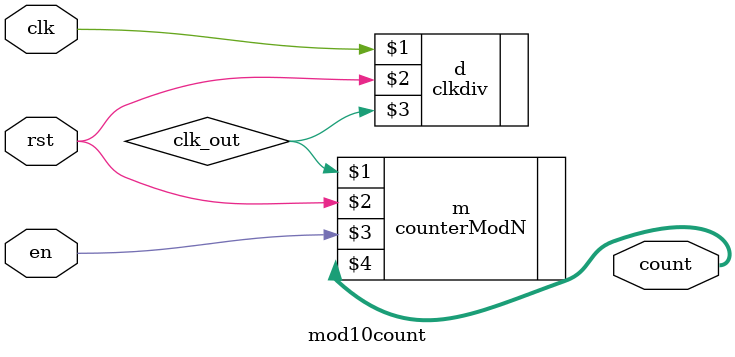
<source format=v>
`timescale 1ns / 1ps


module mod10count(
    input clk , rst , en , output [3:0] count
    );
    wire clk_out ;
    clkdiv d(clk, rst , clk_out);
    counterModN #(4 ,10) m(clk_out , rst , en , count);
endmodule

</source>
